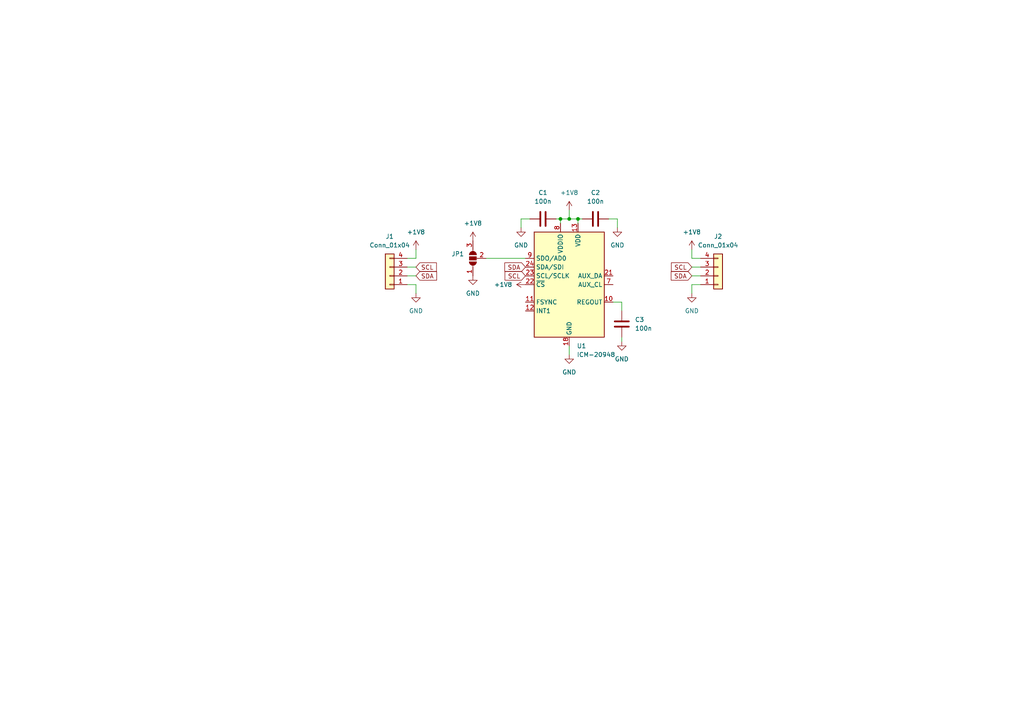
<source format=kicad_sch>
(kicad_sch (version 20230121) (generator eeschema)
  (paper "A4")
  (lib_symbols
    (symbol "Connector_Generic:Conn_01x04" (pin_names (offset 1.016) hide)
      (property "Reference" "J" (at 0 5.08 0))
      (property "Value" "Conn_01x04" (at 0 -7.62 0))
      (symbol "Conn_01x04_1_1"
        (rectangle (start -1.27 -4.953) (end 0 -5.207) (stroke (width 0.1524)))
        (rectangle (start -1.27 -2.413) (end 0 -2.667) (stroke (width 0.1524)))
        (rectangle (start -1.27 0.127) (end 0 -0.127) (stroke (width 0.1524)))
        (rectangle (start -1.27 2.667) (end 0 2.413) (stroke (width 0.1524)))
        (rectangle (start -1.27 3.81) (end 1.27 -6.35) (stroke (width 0.254)) (fill (type background)))
        (pin passive line (at -5.08 2.54 0) (length 3.81) (name "Pin_1") (number "1"))
        (pin passive line (at -5.08 0 0) (length 3.81) (name "Pin_2") (number "2"))
        (pin passive line (at -5.08 -2.54 0) (length 3.81) (name "Pin_3") (number "3"))
        (pin passive line (at -5.08 -5.08 0) (length 3.81) (name "Pin_4") (number "4"))
      )
    )
    (symbol "Device:C" (pin_numbers hide) (pin_names (offset 0.254))
      (property "Reference" "C" (at 0.635 2.54 0))
      (property "Value" "C" (at 0.635 -2.54 0))
      (symbol "C_0_1"
        (polyline (pts (xy -2.032 -0.762) (xy 2.032 -0.762)) (stroke (width 0.508)))
        (polyline (pts (xy -2.032 0.762) (xy 2.032 0.762)) (stroke (width 0.508)))
      )
      (symbol "C_1_1"
        (pin passive line (at 0 3.81 270) (length 2.794) (name "~") (number "1"))
        (pin passive line (at 0 -3.81 90) (length 2.794) (name "~") (number "2"))
      )
    )
    (symbol "Jumper:SolderJumper_3_Open" (pin_names (offset 0) hide)
      (property "Reference" "JP" (at -2.54 -2.54 0))
      (property "Value" "SolderJumper_3_Open" (at 0 2.794 0))
      (symbol "SolderJumper_3_Open_0_1"
        (arc (start -1.016 1.016) (mid -2.0276 0) (end -1.016 -1.016))
        (arc (start -1.016 1.016) (mid -2.0276 0) (end -1.016 -1.016) (fill (type outline)))
        (rectangle (start -0.508 1.016) (end 0.508 -1.016) (fill (type outline)))
        (polyline (pts (xy -2.54 0) (xy -2.032 0)))
        (polyline (pts (xy -1.016 1.016) (xy -1.016 -1.016)))
        (polyline (pts (xy 0 -1.27) (xy 0 -1.016)))
        (polyline (pts (xy 1.016 1.016) (xy 1.016 -1.016)))
        (polyline (pts (xy 2.54 0) (xy 2.032 0)))
        (arc (start 1.016 -1.016) (mid 2.0276 0) (end 1.016 1.016))
        (arc (start 1.016 -1.016) (mid 2.0276 0) (end 1.016 1.016) (fill (type outline)))
      )
      (symbol "SolderJumper_3_Open_1_1"
        (pin passive line (at -5.08 0 0) (length 2.54) (name "A") (number "1"))
        (pin passive line (at 0 -3.81 90) (length 2.54) (name "C") (number "2"))
        (pin passive line (at 5.08 0 180) (length 2.54) (name "B") (number "3"))
      )
    )
    (symbol "Sensor_Motion:ICM-20948"
      (property "Reference" "U" (at -11.43 16.51 0))
      (property "Value" "ICM-20948" (at 7.62 -16.51 0))
      (symbol "ICM-20948_0_1"
        (rectangle (start -10.16 15.24) (end 10.16 -15.24) (stroke (width 0.254)) (fill (type background)))
      )
      (symbol "ICM-20948_1_1"
        (pin no_connect line (at -10.16 12.7 0) (length 2.54) hide (name "NC") (number "1"))
        (pin passive line (at 12.7 -5.08 180) (length 2.54) (name "REGOUT") (number "10"))
        (pin input line (at -12.7 -5.08 0) (length 2.54) (name "FSYNC") (number "11"))
        (pin output line (at -12.7 -7.62 0) (length 2.54) (name "INT1") (number "12"))
        (pin power_in line (at 2.54 17.78 270) (length 2.54) (name "VDD") (number "13"))
        (pin no_connect line (at 10.16 7.62 180) (length 2.54) hide (name "NC") (number "14"))
        (pin no_connect line (at 10.16 5.08 180) (length 2.54) hide (name "NC") (number "15"))
        (pin no_connect line (at 10.16 -7.62 180) (length 2.54) hide (name "NC") (number "16"))
        (pin no_connect line (at 10.16 -10.16 180) (length 2.54) hide (name "NC") (number "17"))
        (pin power_in line (at 0 -17.78 90) (length 2.54) (name "GND") (number "18"))
        (pin no_connect line (at 10.16 -12.7 180) (length 2.54) hide (name "RESV") (number "19"))
        (pin no_connect line (at -10.16 10.16 0) (length 2.54) hide (name "NC") (number "2"))
        (pin passive line (at 0 -17.78 90) (length 2.54) hide (name "GND") (number "20"))
        (pin bidirectional line (at 12.7 2.54 180) (length 2.54) (name "AUX_DA") (number "21"))
        (pin input line (at -12.7 0 0) (length 2.54) (name "~{CS}") (number "22"))
        (pin input line (at -12.7 2.54 0) (length 2.54) (name "SCL/SCLK") (number "23"))
        (pin bidirectional line (at -12.7 5.08 0) (length 2.54) (name "SDA/SDI") (number "24"))
        (pin no_connect line (at -10.16 -2.54 0) (length 2.54) hide (name "NC") (number "3"))
        (pin no_connect line (at -10.16 -10.16 0) (length 2.54) hide (name "NC") (number "4"))
        (pin no_connect line (at -10.16 -12.7 0) (length 2.54) hide (name "NC") (number "5"))
        (pin no_connect line (at 10.16 10.16 180) (length 2.54) hide (name "NC") (number "6"))
        (pin output line (at 12.7 0 180) (length 2.54) (name "AUX_CL") (number "7"))
        (pin power_in line (at -2.54 17.78 270) (length 2.54) (name "VDDIO") (number "8"))
        (pin bidirectional line (at -12.7 7.62 0) (length 2.54) (name "SDO/AD0") (number "9"))
      )
    )
    (symbol "power:+1V8" (power) (pin_names (offset 0))
      (property "Value" "+1V8" (at 0 3.556 0))
      (symbol "+1V8_0_1"
        (polyline (pts (xy -0.762 1.27) (xy 0 2.54)))
        (polyline (pts (xy 0 0) (xy 0 2.54)))
        (polyline (pts (xy 0 2.54) (xy 0.762 1.27)))
      )
      (symbol "+1V8_1_1"
        (pin power_in line (at 0 0 90) (length 0) hide (name "+1V8") (number "1"))
      )
    )
    (symbol "power:GND" (power) (pin_names (offset 0))
      (property "Value" "GND" (at 0 -3.81 0))
      (symbol "GND_0_1"
        (polyline (pts (xy 0 0) (xy 0 -1.27) (xy 1.27 -1.27) (xy 0 -2.54) (xy -1.27 -1.27) (xy 0 -1.27)))
      )
      (symbol "GND_1_1"
        (pin power_in line (at 0 0 270) (length 0) hide (name "GND") (number "1"))
      )
    )
  )
  (junction (at 162.56 63.5))
  (junction (at 167.64 63.5))
  (junction (at 165.1 63.5))
  (wire (pts (xy 120.65 82.55) (xy 120.65 85.09)))
  (wire (pts (xy 165.1 100.33) (xy 165.1 102.87)))
  (wire (pts (xy 200.66 80.01) (xy 203.2 80.01)))
  (wire (pts (xy 179.07 63.5) (xy 179.07 66.04)))
  (wire (pts (xy 203.2 74.93) (xy 200.66 74.93)))
  (wire (pts (xy 200.66 82.55) (xy 200.66 85.09)))
  (wire (pts (xy 200.66 77.47) (xy 203.2 77.47)))
  (wire (pts (xy 180.34 87.63) (xy 180.34 90.17)))
  (wire (pts (xy 176.53 63.5) (xy 179.07 63.5)))
  (wire (pts (xy 177.8 87.63) (xy 180.34 87.63)))
  (wire (pts (xy 118.11 74.93) (xy 120.65 74.93)))
  (wire (pts (xy 120.65 74.93) (xy 120.65 72.39)))
  (wire (pts (xy 165.1 63.5) (xy 167.64 63.5)))
  (wire (pts (xy 203.2 82.55) (xy 200.66 82.55)))
  (wire (pts (xy 118.11 77.47) (xy 120.65 77.47)))
  (wire (pts (xy 153.67 63.5) (xy 151.13 63.5)))
  (wire (pts (xy 151.13 63.5) (xy 151.13 66.04)))
  (wire (pts (xy 200.66 74.93) (xy 200.66 72.39)))
  (wire (pts (xy 140.97 74.93) (xy 152.4 74.93)))
  (wire (pts (xy 118.11 80.01) (xy 120.65 80.01)))
  (wire (pts (xy 161.29 63.5) (xy 162.56 63.5)))
  (wire (pts (xy 167.64 63.5) (xy 168.91 63.5)))
  (wire (pts (xy 167.64 63.5) (xy 167.64 64.77)))
  (wire (pts (xy 162.56 63.5) (xy 165.1 63.5)))
  (wire (pts (xy 165.1 60.96) (xy 165.1 63.5)))
  (wire (pts (xy 180.34 97.79) (xy 180.34 99.06)))
  (wire (pts (xy 162.56 63.5) (xy 162.56 64.77)))
  (wire (pts (xy 118.11 82.55) (xy 120.65 82.55)))
  (global_label "SDA" (shape input) (at 120.65 80.01 0) (property "Intersheetrefs" "${INTERSHEET_REFS}" (effects hide)))
  (global_label "SCL" (shape input) (at 152.4 80.01 180) (property "Intersheetrefs" "${INTERSHEET_REFS}" (effects hide)))
  (global_label "SDA" (shape input) (at 200.66 80.01 180) (property "Intersheetrefs" "${INTERSHEET_REFS}" (effects hide)))
  (global_label "SCL" (shape input) (at 120.65 77.47 0) (property "Intersheetrefs" "${INTERSHEET_REFS}" (effects hide)))
  (global_label "SDA" (shape input) (at 152.4 77.47 180) (property "Intersheetrefs" "${INTERSHEET_REFS}" (effects hide)))
  (global_label "SCL" (shape input) (at 200.66 77.47 180) (property "Intersheetrefs" "${INTERSHEET_REFS}" (effects hide)))
  (symbol (lib_id "Sensor_Motion:ICM-20948") (at 165.1 82.55 0) (unit 1)
    (property "Reference" "U1" (at 167.2941 100.33 0) (effects (justify left)))
    (property "Value" "ICM-20948" (at 167.2941 102.87 0) (effects (justify left)))
    (property "Footprint" "Sensor_Motion:InvenSense_QFN-24_3x3mm_P0.4mm" (effects hide))
    (property "Datasheet" "http://www.invensense.com/wp-content/uploads/2016/06/DS-000189-ICM-20948-v1.3.pdf" (effects hide))
  )
  (symbol (lib_id "power:GND") (at 179.07 66.04 0) (unit 1)
    (property "Reference" "#PWR07" (effects hide))
    (property "Value" "GND" (at 179.07 71.12 0))
  )
  (symbol (lib_id "power:GND") (at 151.13 66.04 0) (unit 1)
    (property "Reference" "#PWR03" (effects hide))
    (property "Value" "GND" (at 151.13 71.12 0))
  )
  (symbol (lib_id "power:GND") (at 180.34 99.06 0) (unit 1)
    (property "Reference" "#PWR08" (effects hide))
    (property "Value" "GND" (at 180.34 104.14 0))
  )
  (symbol (lib_id "Connector_Generic:Conn_01x04") (at 113.03 80.01 180) (unit 1)
    (property "Reference" "J1" (at 113.03 68.58 0))
    (property "Value" "Conn_01x04" (at 113.03 71.12 0))
    (property "Footprint" "footprints:JST_SH_SM04B-SRSS-TB_1x04-1MP_P1.00mm_Horizontal_Only_Wire_Pads" (effects hide))
  )
  (symbol (lib_id "power:+1V8") (at 120.65 72.39 0) (unit 1)
    (property "Reference" "#PWR09" (effects hide))
    (property "Value" "+1V8" (at 120.65 67.31 0))
  )
  (symbol (lib_id "power:+1V8") (at 200.66 72.39 0) (mirror y) (unit 1)
    (property "Reference" "#PWR011" (effects hide))
    (property "Value" "+1V8" (at 200.66 67.31 0))
  )
  (symbol (lib_id "power:GND") (at 137.16 80.01 0) (unit 1)
    (property "Reference" "#PWR02" (effects hide))
    (property "Value" "GND" (at 137.16 85.09 0))
  )
  (symbol (lib_id "power:GND") (at 120.65 85.09 0) (unit 1)
    (property "Reference" "#PWR010" (effects hide))
    (property "Value" "GND" (at 120.65 90.17 0))
  )
  (symbol (lib_id "Device:C") (at 172.72 63.5 90) (unit 1)
    (property "Reference" "C2" (at 172.72 55.88 90))
    (property "Value" "100n" (at 172.72 58.42 90))
    (property "Footprint" "Capacitor_SMD:C_0201_0603Metric" (effects hide))
  )
  (symbol (lib_id "Device:C") (at 180.34 93.98 0) (unit 1)
    (property "Reference" "C3" (at 184.15 92.71 0) (effects (justify left)))
    (property "Value" "100n" (at 184.15 95.25 0) (effects (justify left)))
    (property "Footprint" "Capacitor_SMD:C_0201_0603Metric" (effects hide))
  )
  (symbol (lib_id "power:GND") (at 200.66 85.09 0) (mirror y) (unit 1)
    (property "Reference" "#PWR012" (effects hide))
    (property "Value" "GND" (at 200.66 90.17 0))
  )
  (symbol (lib_id "Jumper:SolderJumper_3_Open") (at 137.16 74.93 90) (unit 1)
    (property "Reference" "JP1" (at 134.62 73.66 90) (effects (justify left)))
    (property "Value" "SolderJumper_3_Open" (effects hide))
    (property "Footprint" "footprints:Micro_Solder_Jumper" (effects hide))
  )
  (symbol (lib_id "power:+1V8") (at 165.1 60.96 0) (unit 1)
    (property "Reference" "#PWR05" (effects hide))
    (property "Value" "+1V8" (at 165.1 55.88 0))
  )
  (symbol (lib_id "power:+1V8") (at 152.4 82.55 90) (unit 1)
    (property "Reference" "#PWR04" (effects hide))
    (property "Value" "+1V8" (at 148.59 82.55 90) (effects (justify left)))
  )
  (symbol (lib_id "power:+1V8") (at 137.16 69.85 0) (unit 1)
    (property "Reference" "#PWR01" (effects hide))
    (property "Value" "+1V8" (at 137.16 64.77 0))
  )
  (symbol (lib_id "Device:C") (at 157.48 63.5 90) (unit 1)
    (property "Reference" "C1" (at 157.48 55.88 90))
    (property "Value" "100n" (at 157.48 58.42 90))
    (property "Footprint" "Capacitor_SMD:C_0201_0603Metric" (effects hide))
  )
  (symbol (lib_id "Connector_Generic:Conn_01x04") (at 208.28 80.01 0) (mirror x) (unit 1)
    (property "Reference" "J2" (at 208.28 68.58 0))
    (property "Value" "Conn_01x04" (at 208.28 71.12 0))
    (property "Footprint" "footprints:JST_SH_SM04B-SRSS-TB_1x04-1MP_P1.00mm_Horizontal_Only_Wire_Pads" (effects hide))
  )
  (symbol (lib_id "power:GND") (at 165.1 102.87 0) (unit 1)
    (property "Reference" "#PWR06" (effects hide))
    (property "Value" "GND" (at 165.1 107.95 0))
  )
)
</source>
